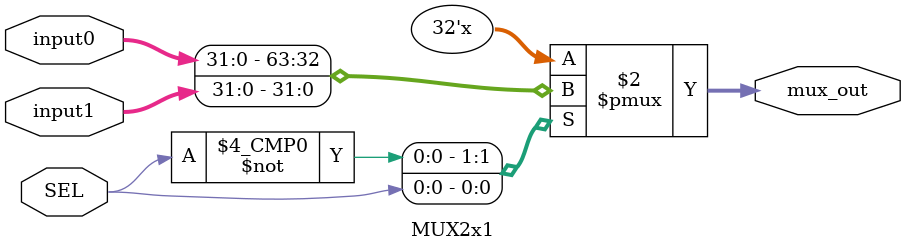
<source format=v>
`timescale 1ns/1ps

module MUX2x1 #(parameter WIDTH = 32) (
    input [WIDTH-1:0] input0,
    input [WIDTH-1:0] input1,
    input SEL,
    output reg [WIDTH-1:0] mux_out
);

    always @(*) begin
        case (SEL)
            1'b0: mux_out = input0;
            1'b1: mux_out = input1;
            default: mux_out = 32'bx;
        endcase
    end
endmodule

</source>
